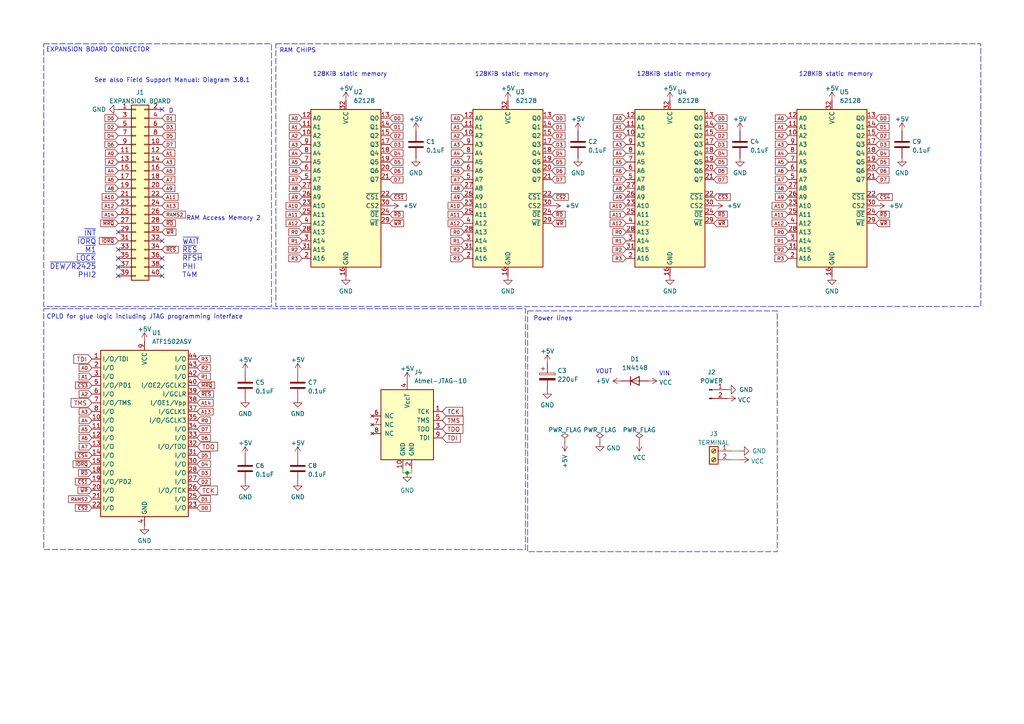
<source format=kicad_sch>
(kicad_sch (version 20250114) (generator "eeschema") (generator_version "9.0")
  (paper "A4")
  (title_block (title "Philips P2000T 128KiB memory expansion board (SMD / CPLD)") (date "2025-03-29") (rev "0") (comment 1 "ATF1502ALS TQFP44 CPLD is used for glue logic"))
  (lib_symbols
    (symbol "CPLD_Microchip:ATF1502ASV-xAx44"
      (property "Reference" "U" (at -12.7 24.13 0))
      (property "Value" "ATF1502ASV-xAx44" (at 12.7 24.13 0))
      (symbol "ATF1502ASV-xAx44_1_1"
        (pin bidirectional line (at -15.24 20.32 0) (length 2.54) (name "I/O/TDI") (number "1"))
        (pin bidirectional line (at -15.24 17.78 0) (length 2.54) (name "I/O") (number "2"))
        (pin bidirectional line (at -15.24 15.24 0) (length 2.54) (name "I/O") (number "3"))
        (pin bidirectional line (at -15.24 12.7 0) (length 2.54) (name "I/O/PD1") (number "5"))
        (pin bidirectional line (at -15.24 10.16 0) (length 2.54) (name "I/O") (number "6"))
        (pin bidirectional line (at -15.24 7.62 0) (length 2.54) (name "I/O/TMS") (number "7"))
        (pin bidirectional line (at -15.24 5.08 0) (length 2.54) (name "I/O") (number "8"))
        (pin bidirectional line (at -15.24 2.54 0) (length 2.54) (name "I/O") (number "10"))
        (pin bidirectional line (at -15.24 0 0) (length 2.54) (name "I/O") (number "11"))
        (pin bidirectional line (at -15.24 -2.54 0) (length 2.54) (name "I/O") (number "12"))
        (pin bidirectional line (at -15.24 -5.08 0) (length 2.54) (name "I/O") (number "13"))
        (pin bidirectional line (at -15.24 -7.62 0) (length 2.54) (name "I/O") (number "14"))
        (pin bidirectional line (at -15.24 -10.16 0) (length 2.54) (name "I/O") (number "15"))
        (pin bidirectional line (at -15.24 -12.7 0) (length 2.54) (name "I/O") (number "18"))
        (pin bidirectional line (at -15.24 -15.24 0) (length 2.54) (name "I/O/PD2") (number "19"))
        (pin bidirectional line (at -15.24 -17.78 0) (length 2.54) (name "I/O") (number "20"))
        (pin bidirectional line (at -15.24 -20.32 0) (length 2.54) (name "I/O") (number "21"))
        (pin bidirectional line (at -15.24 -22.86 0) (length 2.54) (name "I/O") (number "22"))
        (pin passive line (at 0 25.4 270) (length 2.54) (hide yes) (name "VCC") (number "17"))
        (pin passive line (at 0 25.4 270) (length 2.54) (hide yes) (name "VCC") (number "29"))
        (pin passive line (at 0 25.4 270) (length 2.54) (hide yes) (name "VCC") (number "41"))
        (pin power_in line (at 0 25.4 270) (length 2.54) (name "VCC") (number "9"))
        (pin passive line (at 0 -27.94 90) (length 2.54) (hide yes) (name "GND") (number "16"))
        (pin passive line (at 0 -27.94 90) (length 2.54) (hide yes) (name "GND") (number "24"))
        (pin passive line (at 0 -27.94 90) (length 2.54) (hide yes) (name "GND") (number "36"))
        (pin power_in line (at 0 -27.94 90) (length 2.54) (name "GND") (number "4"))
        (pin bidirectional line (at 15.24 20.32 180) (length 2.54) (name "I/O") (number "44"))
        (pin bidirectional line (at 15.24 17.78 180) (length 2.54) (name "I/O") (number "43"))
        (pin bidirectional line (at 15.24 15.24 180) (length 2.54) (name "I/O") (number "42"))
        (pin input line (at 15.24 12.7 180) (length 2.54) (name "I/OE2/GCLK2") (number "40"))
        (pin input line (at 15.24 10.16 180) (length 2.54) (name "I/GCLR") (number "39"))
        (pin input line (at 15.24 7.62 180) (length 2.54) (name "I/OE1/Vpp") (number "38"))
        (pin input line (at 15.24 5.08 180) (length 2.54) (name "I/GCLK1") (number "37"))
        (pin bidirectional line (at 15.24 2.54 180) (length 2.54) (name "I/O/GCLK3") (number "35"))
        (pin bidirectional line (at 15.24 0 180) (length 2.54) (name "I/O") (number "34"))
        (pin bidirectional line (at 15.24 -2.54 180) (length 2.54) (name "I/O") (number "33"))
        (pin bidirectional line (at 15.24 -5.08 180) (length 2.54) (name "I/O/TDO") (number "32"))
        (pin bidirectional line (at 15.24 -7.62 180) (length 2.54) (name "I/O") (number "31"))
        (pin bidirectional line (at 15.24 -10.16 180) (length 2.54) (name "I/O") (number "30"))
        (pin bidirectional line (at 15.24 -12.7 180) (length 2.54) (name "I/O") (number "28"))
        (pin bidirectional line (at 15.24 -15.24 180) (length 2.54) (name "I/O") (number "27"))
        (pin bidirectional line (at 15.24 -17.78 180) (length 2.54) (name "I/O/TCK") (number "26"))
        (pin bidirectional line (at 15.24 -20.32 180) (length 2.54) (name "I/O") (number "25"))
        (pin bidirectional line (at 15.24 -22.86 180) (length 2.54) (name "I/O") (number "23"))
      )
    )
    (symbol "Connector:Conn_01x02_Pin" (pin_names (offset 1.016) (hide yes))
      (property "Reference" "J" (at 0 2.54 0))
      (property "Value" "Conn_01x02_Pin" (at 0 -5.08 0))
      (symbol "Conn_01x02_Pin_1_1"
        (pin passive line (at 5.08 0 180) (length 3.81) (name "Pin_1") (number "1"))
        (pin passive line (at 5.08 -2.54 180) (length 3.81) (name "Pin_2") (number "2"))
      )
    )
    (symbol "Connector:Screw_Terminal_01x02" (pin_names (offset 1.016) (hide yes))
      (property "Reference" "J" (at 0 2.54 0))
      (property "Value" "Screw_Terminal_01x02" (at 0 -5.08 0))
      (symbol "Screw_Terminal_01x02_1_1"
        (pin passive line (at -5.08 0 0) (length 3.81) (name "Pin_1") (number "1"))
        (pin passive line (at -5.08 -2.54 0) (length 3.81) (name "Pin_2") (number "2"))
      )
    )
    (symbol "Connector_Generic:Conn_02x20_Odd_Even" (pin_names (offset 1.016) (hide yes))
      (property "Reference" "J" (at 1.27 25.4 0))
      (property "Value" "Conn_02x20_Odd_Even" (at 1.27 -27.94 0))
      (symbol "Conn_02x20_Odd_Even_1_1"
        (pin passive line (at -5.08 22.86 0) (length 3.81) (name "Pin_1") (number "1"))
        (pin passive line (at -5.08 20.32 0) (length 3.81) (name "Pin_3") (number "3"))
        (pin passive line (at -5.08 17.78 0) (length 3.81) (name "Pin_5") (number "5"))
        (pin passive line (at -5.08 15.24 0) (length 3.81) (name "Pin_7") (number "7"))
        (pin passive line (at -5.08 12.7 0) (length 3.81) (name "Pin_9") (number "9"))
        (pin passive line (at -5.08 10.16 0) (length 3.81) (name "Pin_11") (number "11"))
        (pin passive line (at -5.08 7.62 0) (length 3.81) (name "Pin_13") (number "13"))
        (pin passive line (at -5.08 5.08 0) (length 3.81) (name "Pin_15") (number "15"))
        (pin passive line (at -5.08 2.54 0) (length 3.81) (name "Pin_17") (number "17"))
        (pin passive line (at -5.08 0 0) (length 3.81) (name "Pin_19") (number "19"))
        (pin passive line (at -5.08 -2.54 0) (length 3.81) (name "Pin_21") (number "21"))
        (pin passive line (at -5.08 -5.08 0) (length 3.81) (name "Pin_23") (number "23"))
        (pin passive line (at -5.08 -7.62 0) (length 3.81) (name "Pin_25") (number "25"))
        (pin passive line (at -5.08 -10.16 0) (length 3.81) (name "Pin_27") (number "27"))
        (pin passive line (at -5.08 -12.7 0) (length 3.81) (name "Pin_29") (number "29"))
        (pin passive line (at -5.08 -15.24 0) (length 3.81) (name "Pin_31") (number "31"))
        (pin passive line (at -5.08 -17.78 0) (length 3.81) (name "Pin_33") (number "33"))
        (pin passive line (at -5.08 -20.32 0) (length 3.81) (name "Pin_35") (number "35"))
        (pin passive line (at -5.08 -22.86 0) (length 3.81) (name "Pin_37") (number "37"))
        (pin passive line (at -5.08 -25.4 0) (length 3.81) (name "Pin_39") (number "39"))
        (pin passive line (at 7.62 22.86 180) (length 3.81) (name "Pin_2") (number "2"))
        (pin passive line (at 7.62 20.32 180) (length 3.81) (name "Pin_4") (number "4"))
        (pin passive line (at 7.62 17.78 180) (length 3.81) (name "Pin_6") (number "6"))
        (pin passive line (at 7.62 15.24 180) (length 3.81) (name "Pin_8") (number "8"))
        (pin passive line (at 7.62 12.7 180) (length 3.81) (name "Pin_10") (number "10"))
        (pin passive line (at 7.62 10.16 180) (length 3.81) (name "Pin_12") (number "12"))
        (pin passive line (at 7.62 7.62 180) (length 3.81) (name "Pin_14") (number "14"))
        (pin passive line (at 7.62 5.08 180) (length 3.81) (name "Pin_16") (number "16"))
        (pin passive line (at 7.62 2.54 180) (length 3.81) (name "Pin_18") (number "18"))
        (pin passive line (at 7.62 0 180) (length 3.81) (name "Pin_20") (number "20"))
        (pin passive line (at 7.62 -2.54 180) (length 3.81) (name "Pin_22") (number "22"))
        (pin passive line (at 7.62 -5.08 180) (length 3.81) (name "Pin_24") (number "24"))
        (pin passive line (at 7.62 -7.62 180) (length 3.81) (name "Pin_26") (number "26"))
        (pin passive line (at 7.62 -10.16 180) (length 3.81) (name "Pin_28") (number "28"))
        (pin passive line (at 7.62 -12.7 180) (length 3.81) (name "Pin_30") (number "30"))
        (pin passive line (at 7.62 -15.24 180) (length 3.81) (name "Pin_32") (number "32"))
        (pin passive line (at 7.62 -17.78 180) (length 3.81) (name "Pin_34") (number "34"))
        (pin passive line (at 7.62 -20.32 180) (length 3.81) (name "Pin_36") (number "36"))
        (pin passive line (at 7.62 -22.86 180) (length 3.81) (name "Pin_38") (number "38"))
        (pin passive line (at 7.62 -25.4 180) (length 3.81) (name "Pin_40") (number "40"))
      )
    )
    (symbol "Device:C" (pin_numbers (hide yes)) (pin_names (offset 0.254))
      (property "Reference" "C" (at 0.635 2.54 0))
      (property "Value" "C" (at 0.635 -2.54 0))
      (symbol "C_1_1"
        (pin passive line (at 0 3.81 270) (length 2.794) (name "~") (number "1"))
        (pin passive line (at 0 -3.81 90) (length 2.794) (name "~") (number "2"))
      )
    )
    (symbol "Device:C_Polarized" (pin_numbers (hide yes)) (pin_names (offset 0.254))
      (property "Reference" "C" (at 0.635 2.54 0))
      (property "Value" "C_Polarized" (at 0.635 -2.54 0))
      (symbol "C_Polarized_1_1"
        (pin passive line (at 0 3.81 270) (length 2.794) (name "~") (number "1"))
        (pin passive line (at 0 -3.81 90) (length 2.794) (name "~") (number "2"))
      )
    )
    (symbol "Device:D" (pin_numbers (hide yes)) (pin_names (offset 1.016) (hide yes))
      (property "Reference" "D" (at 0 2.54 0))
      (property "Value" "D" (at 0 -2.54 0))
      (symbol "D_1_1"
        (pin passive line (at -3.81 0 0) (length 2.54) (name "K") (number "1"))
        (pin passive line (at 3.81 0 180) (length 2.54) (name "A") (number "2"))
      )
    )
    (symbol "Memory_RAM:628128_DIP32_SSOP32"
      (property "Reference" "U" (at -10.16 23.495 0))
      (property "Value" "628128_DIP32_SSOP32" (at 2.54 23.495 0))
      (symbol "628128_DIP32_SSOP32_0_0"
        (pin power_in line (at 0 25.4 270) (length 2.54) (name "VCC") (number "32"))
        (pin power_in line (at 0 -25.4 90) (length 2.54) (name "GND") (number "16"))
      )
      (symbol "628128_DIP32_SSOP32_1_1"
        (pin input line (at -12.7 20.32 0) (length 2.54) (name "A0") (number "12"))
        (pin input line (at -12.7 17.78 0) (length 2.54) (name "A1") (number "11"))
        (pin input line (at -12.7 15.24 0) (length 2.54) (name "A2") (number "10"))
        (pin input line (at -12.7 12.7 0) (length 2.54) (name "A3") (number "9"))
        (pin input line (at -12.7 10.16 0) (length 2.54) (name "A4") (number "8"))
        (pin input line (at -12.7 7.62 0) (length 2.54) (name "A5") (number "7"))
        (pin input line (at -12.7 5.08 0) (length 2.54) (name "A6") (number "6"))
        (pin input line (at -12.7 2.54 0) (length 2.54) (name "A7") (number "5"))
        (pin input line (at -12.7 0 0) (length 2.54) (name "A8") (number "27"))
        (pin input line (at -12.7 -2.54 0) (length 2.54) (name "A9") (number "26"))
        (pin input line (at -12.7 -5.08 0) (length 2.54) (name "A10") (number "23"))
        (pin input line (at -12.7 -7.62 0) (length 2.54) (name "A11") (number "25"))
        (pin input line (at -12.7 -10.16 0) (length 2.54) (name "A12") (number "4"))
        (pin input line (at -12.7 -12.7 0) (length 2.54) (name "A13") (number "28"))
        (pin input line (at -12.7 -15.24 0) (length 2.54) (name "A14") (number "3"))
        (pin input line (at -12.7 -17.78 0) (length 2.54) (name "A15") (number "31"))
        (pin input line (at -12.7 -20.32 0) (length 2.54) (name "A16") (number "2"))
        (pin no_connect line (at 10.16 -20.32 180) (length 2.54) (hide yes) (name "NC") (number "1"))
        (pin tri_state line (at 12.7 20.32 180) (length 2.54) (name "Q0") (number "13"))
        (pin tri_state line (at 12.7 17.78 180) (length 2.54) (name "Q1") (number "14"))
        (pin tri_state line (at 12.7 15.24 180) (length 2.54) (name "Q2") (number "15"))
        (pin tri_state line (at 12.7 12.7 180) (length 2.54) (name "Q3") (number "17"))
        (pin tri_state line (at 12.7 10.16 180) (length 2.54) (name "Q4") (number "18"))
        (pin tri_state line (at 12.7 7.62 180) (length 2.54) (name "Q5") (number "19"))
        (pin tri_state line (at 12.7 5.08 180) (length 2.54) (name "Q6") (number "20"))
        (pin tri_state line (at 12.7 2.54 180) (length 2.54) (name "Q7") (number "21"))
        (pin input line (at 12.7 -2.54 180) (length 2.54) (name "~{CS1}") (number "22"))
        (pin input line (at 12.7 -5.08 180) (length 2.54) (name "CS2") (number "30"))
        (pin input line (at 12.7 -7.62 180) (length 2.54) (name "~{OE}") (number "24"))
        (pin input line (at 12.7 -10.16 180) (length 2.54) (name "~{WE}") (number "29"))
      )
    )
    (symbol "atf1504_plcc44_breakout:Atmel-JTAG-10" (pin_names (offset 1.016))
      (property "Reference" "J" (at -7.62 11.43 0))
      (property "Value" "Atmel-JTAG-10" (at 2.54 11.43 0))
      (symbol "Atmel-JTAG-10_1_1"
        (pin no_connect line (at -10.16 2.54 0) (length 2.54) (name "NC") (number "6"))
        (pin no_connect line (at -10.16 0 0) (length 2.54) (name "NC") (number "7"))
        (pin no_connect line (at -10.16 -2.54 0) (length 2.54) (name "NC") (number "8"))
        (pin power_in line (at -1.27 -12.7 90) (length 2.54) (name "GND") (number "10"))
        (pin power_in line (at 0 12.7 270) (length 2.54) (name "VccT") (number "4"))
        (pin passive line (at 1.27 -12.7 90) (length 2.54) (name "GND") (number "2"))
        (pin output line (at 10.16 3.81 180) (length 2.54) (name "TCK") (number "1"))
        (pin output line (at 10.16 1.27 180) (length 2.54) (name "TMS") (number "5"))
        (pin input line (at 10.16 -1.27 180) (length 2.54) (name "TDO") (number "3"))
        (pin output line (at 10.16 -3.81 180) (length 2.54) (name "TDI") (number "9"))
      )
    )
    (symbol "power:+5V" (power) (pin_numbers (hide yes)) (pin_names (offset 0) (hide yes))
      (property "Value" "+5V" (at 0 3.556 0))
      (symbol "+5V_1_1"
        (pin power_in line (at 0 0 90) (length 0) (name "~") (number "1"))
      )
    )
    (symbol "power:GND" (power) (pin_numbers (hide yes)) (pin_names (offset 0) (hide yes))
      (property "Value" "GND" (at 0 -3.81 0))
      (symbol "GND_1_1"
        (pin power_in line (at 0 0 270) (length 0) (name "~") (number "1"))
      )
    )
    (symbol "power:PWR_FLAG" (power) (pin_numbers (hide yes)) (pin_names (offset 0) (hide yes))
      (property "Value" "PWR_FLAG" (at 0 3.81 0))
      (symbol "PWR_FLAG_0_0"
        (pin power_out line (at 0 0 90) (length 0) (name "~") (number "1"))
      )
    )
    (symbol "power:VCC" (power) (pin_numbers (hide yes)) (pin_names (offset 0) (hide yes))
      (property "Value" "VCC" (at 0 3.556 0))
      (symbol "VCC_1_1"
        (pin power_in line (at 0 0 90) (length 0) (name "~") (number "1"))
      )
    )
  )
  (rectangle (start 153.035 90.17) (end 225.425 160.02) (stroke (width 0) (type dash)))
  (rectangle (start 12.7 12.7) (end 78.74 88.9) (stroke (width 0) (type dash)))
  (rectangle (start 12.7 89.535) (end 152.4 159.385) (stroke (width 0) (type dash)))
  (rectangle (start 80.01 12.7) (end 284.48 88.9) (stroke (width 0) (type dash)))
  (text "128KiB static memory" (at 231.648 22.352 0) (effects (font (size 1.27 1.27)) (justify left bottom)))
  (text "VIN" (at 191.135 109.22 0) (effects (font (size 1.27 1.27)) (justify left bottom)))
  (text "EXPANSION BOARD CONNECTOR" (at 13.335 15.24 0) (effects (font (size 1.27 1.27)) (justify left bottom)))
  (text "VOUT" (at 172.72 108.585 0) (effects (font (size 1.27 1.27)) (justify left bottom)))
  (text "~{INT}\n~{IORQ}\n~{M1}\n~{LOCK}\n~{DEW/R2425}\nPHI2" (at 27.94 80.772 0) (effects (font (size 1.5 1.5)) (justify right bottom)))
  (text "128KiB static memory" (at 137.668 22.352 0) (effects (font (size 1.27 1.27)) (justify left bottom)))
  (text "D" (at 48.895 33.02 0) (effects (font (size 1.27 1.27)) (justify left bottom)))
  (text "RAM Access Memory 2" (at 53.975 64.135 0) (effects (font (size 1.27 1.27)) (justify left bottom)))
  (text "128KiB static memory" (at 184.658 22.352 0) (effects (font (size 1.27 1.27)) (justify left bottom)))
  (text "RAM CHIPS" (at 81.026 15.494 0) (effects (font (size 1.27 1.27)) (justify left bottom)))
  (text "See also Field Support Manual: Diagram 3.8.1" (at 27.305 24.13 0) (effects (font (size 1.27 1.27)) (justify left bottom)))
  (text "Power lines" (at 154.686 93.218 0) (effects (font (size 1.27 1.27)) (justify left bottom)))
  (text "128KiB static memory" (at 90.678 22.352 0) (effects (font (size 1.27 1.27)) (justify left bottom)))
  (text "~{WAIT}\n~{RES}\n~{RFSH}\nPHI\nT4M" (at 52.832 80.772 0) (effects (font (size 1.5 1.5)) (justify left bottom)))
  (text "CPLD for glue logic including JTAG programming interface" (at 13.462 92.71 0) (effects (font (size 1.27 1.27)) (justify left bottom)))
  (junction (at 118.11 137.16))
  (no_connect (at 46.99 80.01))
  (no_connect (at 34.29 74.93))
  (no_connect (at 46.99 69.85))
  (no_connect (at 34.29 80.01))
  (no_connect (at 34.29 77.47))
  (no_connect (at 46.99 74.93))
  (no_connect (at 46.99 31.75))
  (no_connect (at 46.99 77.47))
  (no_connect (at 34.29 72.39))
  (no_connect (at 34.29 67.31))
  (wire (pts (xy 118.11 137.16) (xy 116.84 137.16)))
  (wire (pts (xy 212.09 130.81) (xy 214.63 130.81)))
  (wire (pts (xy 212.09 133.35) (xy 214.63 133.35)))
  (wire (pts (xy 118.11 137.16) (xy 119.38 137.16)))
  (wire (pts (xy 119.38 137.16) (xy 119.38 135.89)))
  (wire (pts (xy 116.84 137.16) (xy 116.84 135.89)))
  (global_label "A1" (shape input) (at 134.62 36.83 180) (effects (font (size 1 1))) (property "Intersheetrefs" "${INTERSHEET_REFS}" (effects (hide yes))))
  (global_label "~{WR}" (shape input) (at 254 64.77 0) (effects (font (size 1 1))) (property "Intersheetrefs" "${INTERSHEET_REFS}" (effects (hide yes))))
  (global_label "A10" (shape input) (at 228.6 59.69 180) (effects (font (size 1 1))) (property "Intersheetrefs" "${INTERSHEET_REFS}" (effects (hide yes))))
  (global_label "A11" (shape input) (at 228.6 62.23 180) (effects (font (size 1 1))) (property "Intersheetrefs" "${INTERSHEET_REFS}" (effects (hide yes))))
  (global_label "D4" (shape input) (at 207.01 44.45 0) (effects (font (size 1 1))) (property "Intersheetrefs" "${INTERSHEET_REFS}" (effects (hide yes))))
  (global_label "R0" (shape input) (at 134.62 67.31 180) (effects (font (size 1 1))) (property "Intersheetrefs" "${INTERSHEET_REFS}" (effects (hide yes))))
  (global_label "D4" (shape input) (at 254 44.45 0) (effects (font (size 1 1))) (property "Intersheetrefs" "${INTERSHEET_REFS}" (effects (hide yes))))
  (global_label "D3" (shape input) (at 160.02 41.91 0) (effects (font (size 1 1))) (property "Intersheetrefs" "${INTERSHEET_REFS}" (effects (hide yes))))
  (global_label "A7" (shape input) (at 134.62 52.07 180) (effects (font (size 1 1))) (property "Intersheetrefs" "${INTERSHEET_REFS}" (effects (hide yes))))
  (global_label "~{RES}" (shape input) (at 57.15 114.3 0) (effects (font (size 1 1))) (property "Intersheetrefs" "${INTERSHEET_REFS}" (effects (hide yes))))
  (global_label "A4" (shape input) (at 181.61 44.45 180) (effects (font (size 1 1))) (property "Intersheetrefs" "${INTERSHEET_REFS}" (effects (hide yes))))
  (global_label "D1" (shape input) (at 254 36.83 0) (effects (font (size 1 1))) (property "Intersheetrefs" "${INTERSHEET_REFS}" (effects (hide yes))))
  (global_label "A8" (shape input) (at 34.29 54.61 180) (effects (font (size 1 1))) (property "Intersheetrefs" "${INTERSHEET_REFS}" (effects (hide yes))))
  (global_label "A10" (shape input) (at 87.63 59.69 180) (effects (font (size 1 1))) (property "Intersheetrefs" "${INTERSHEET_REFS}" (effects (hide yes))))
  (global_label "R1" (shape input) (at 87.63 69.85 180) (effects (font (size 1 1))) (property "Intersheetrefs" "${INTERSHEET_REFS}" (effects (hide yes))))
  (global_label "A4" (shape input) (at 87.63 44.45 180) (effects (font (size 1 1))) (property "Intersheetrefs" "${INTERSHEET_REFS}" (effects (hide yes))))
  (global_label "R3" (shape input) (at 228.6 74.93 180) (effects (font (size 1 1))) (property "Intersheetrefs" "${INTERSHEET_REFS}" (effects (hide yes))))
  (global_label "A4" (shape input) (at 26.67 121.92 180) (effects (font (size 1 1))) (property "Intersheetrefs" "${INTERSHEET_REFS}" (effects (hide yes))))
  (global_label "A0" (shape input) (at 181.61 34.29 180) (effects (font (size 1 1))) (property "Intersheetrefs" "${INTERSHEET_REFS}" (effects (hide yes))))
  (global_label "D0" (shape input) (at 113.03 34.29 0) (effects (font (size 1 1))) (property "Intersheetrefs" "${INTERSHEET_REFS}" (effects (hide yes))))
  (global_label "D5" (shape input) (at 207.01 46.99 0) (effects (font (size 1 1))) (property "Intersheetrefs" "${INTERSHEET_REFS}" (effects (hide yes))))
  (global_label "A6" (shape input) (at 34.29 52.07 180) (effects (font (size 1 1))) (property "Intersheetrefs" "${INTERSHEET_REFS}" (effects (hide yes))))
  (global_label "A10" (shape input) (at 181.61 59.69 180) (effects (font (size 1 1))) (property "Intersheetrefs" "${INTERSHEET_REFS}" (effects (hide yes))))
  (global_label "~{CS2}" (shape input) (at 26.67 147.32 180) (effects (font (size 1 1))) (property "Intersheetrefs" "${INTERSHEET_REFS}" (effects (hide yes))))
  (global_label "R2" (shape input) (at 87.63 72.39 180) (effects (font (size 1 1))) (property "Intersheetrefs" "${INTERSHEET_REFS}" (effects (hide yes))))
  (global_label "D2" (shape input) (at 160.02 39.37 0) (effects (font (size 1 1))) (property "Intersheetrefs" "${INTERSHEET_REFS}" (effects (hide yes))))
  (global_label "D5" (shape input) (at 160.02 46.99 0) (effects (font (size 1 1))) (property "Intersheetrefs" "${INTERSHEET_REFS}" (effects (hide yes))))
  (global_label "D4" (shape input) (at 34.29 39.37 180) (effects (font (size 1 1))) (property "Intersheetrefs" "${INTERSHEET_REFS}" (effects (hide yes))))
  (global_label "R3" (shape input) (at 57.15 104.14 0) (effects (font (size 1 1))) (property "Intersheetrefs" "${INTERSHEET_REFS}" (effects (hide yes))))
  (global_label "A4" (shape input) (at 228.6 44.45 180) (effects (font (size 1 1))) (property "Intersheetrefs" "${INTERSHEET_REFS}" (effects (hide yes))))
  (global_label "A7" (shape input) (at 228.6 52.07 180) (effects (font (size 1 1))) (property "Intersheetrefs" "${INTERSHEET_REFS}" (effects (hide yes))))
  (global_label "TMS" (shape input) (at 26.67 116.84 180) (property "Intersheetrefs" "${INTERSHEET_REFS}" (effects (hide yes))))
  (global_label "A4" (shape input) (at 134.62 44.45 180) (effects (font (size 1 1))) (property "Intersheetrefs" "${INTERSHEET_REFS}" (effects (hide yes))))
  (global_label "A2" (shape input) (at 181.61 39.37 180) (effects (font (size 1 1))) (property "Intersheetrefs" "${INTERSHEET_REFS}" (effects (hide yes))))
  (global_label "D3" (shape input) (at 207.01 41.91 0) (effects (font (size 1 1))) (property "Intersheetrefs" "${INTERSHEET_REFS}" (effects (hide yes))))
  (global_label "~{CS3}" (shape input) (at 26.67 111.76 180) (effects (font (size 1 1))) (property "Intersheetrefs" "${INTERSHEET_REFS}" (effects (hide yes))))
  (global_label "A0" (shape input) (at 26.67 106.68 180) (effects (font (size 1 1))) (property "Intersheetrefs" "${INTERSHEET_REFS}" (effects (hide yes))))
  (global_label "D7" (shape input) (at 46.99 41.91 0) (effects (font (size 1 1))) (property "Intersheetrefs" "${INTERSHEET_REFS}" (effects (hide yes))))
  (global_label "A2" (shape input) (at 134.62 39.37 180) (effects (font (size 1 1))) (property "Intersheetrefs" "${INTERSHEET_REFS}" (effects (hide yes))))
  (global_label "A6" (shape input) (at 26.67 127 180) (effects (font (size 1 1))) (property "Intersheetrefs" "${INTERSHEET_REFS}" (effects (hide yes))))
  (global_label "A12" (shape input) (at 87.63 64.77 180) (effects (font (size 1 1))) (property "Intersheetrefs" "${INTERSHEET_REFS}" (effects (hide yes))))
  (global_label "~{CS2}" (shape input) (at 160.02 57.15 0) (effects (font (size 1 1))) (property "Intersheetrefs" "${INTERSHEET_REFS}" (effects (hide yes))))
  (global_label "~{RD}" (shape input) (at 46.99 64.77 0) (effects (font (size 1 1))) (property "Intersheetrefs" "${INTERSHEET_REFS}" (effects (hide yes))))
  (global_label "TDI" (shape input) (at 26.67 104.14 180) (property "Intersheetrefs" "${INTERSHEET_REFS}" (effects (hide yes))))
  (global_label "A8" (shape input) (at 228.6 54.61 180) (effects (font (size 1 1))) (property "Intersheetrefs" "${INTERSHEET_REFS}" (effects (hide yes))))
  (global_label "A6" (shape input) (at 181.61 49.53 180) (effects (font (size 1 1))) (property "Intersheetrefs" "${INTERSHEET_REFS}" (effects (hide yes))))
  (global_label "A1" (shape input) (at 26.67 109.22 180) (effects (font (size 1 1))) (property "Intersheetrefs" "${INTERSHEET_REFS}" (effects (hide yes))))
  (global_label "R3" (shape input) (at 181.61 74.93 180) (effects (font (size 1 1))) (property "Intersheetrefs" "${INTERSHEET_REFS}" (effects (hide yes))))
  (global_label "A10" (shape input) (at 34.29 57.15 180) (effects (font (size 1 1))) (property "Intersheetrefs" "${INTERSHEET_REFS}" (effects (hide yes))))
  (global_label "A6" (shape input) (at 228.6 49.53 180) (effects (font (size 1 1))) (property "Intersheetrefs" "${INTERSHEET_REFS}" (effects (hide yes))))
  (global_label "~{WR}" (shape input) (at 26.67 142.24 180) (effects (font (size 1 1))) (property "Intersheetrefs" "${INTERSHEET_REFS}" (effects (hide yes))))
  (global_label "A5" (shape input) (at 134.62 46.99 180) (effects (font (size 1 1))) (property "Intersheetrefs" "${INTERSHEET_REFS}" (effects (hide yes))))
  (global_label "R0" (shape input) (at 57.15 121.92 0) (effects (font (size 1 1))) (property "Intersheetrefs" "${INTERSHEET_REFS}" (effects (hide yes))))
  (global_label "D2" (shape input) (at 207.01 39.37 0) (effects (font (size 1 1))) (property "Intersheetrefs" "${INTERSHEET_REFS}" (effects (hide yes))))
  (global_label "D3" (shape input) (at 46.99 36.83 0) (effects (font (size 1 1))) (property "Intersheetrefs" "${INTERSHEET_REFS}" (effects (hide yes))))
  (global_label "A2" (shape input) (at 34.29 46.99 180) (effects (font (size 1 1))) (property "Intersheetrefs" "${INTERSHEET_REFS}" (effects (hide yes))))
  (global_label "D3" (shape input) (at 57.15 137.16 0) (effects (font (size 1 1))) (property "Intersheetrefs" "${INTERSHEET_REFS}" (effects (hide yes))))
  (global_label "~{WR}" (shape input) (at 207.01 64.77 0) (effects (font (size 1 1))) (property "Intersheetrefs" "${INTERSHEET_REFS}" (effects (hide yes))))
  (global_label "RAMS2" (shape input) (at 26.67 144.78 180) (effects (font (size 1 1))) (property "Intersheetrefs" "${INTERSHEET_REFS}" (effects (hide yes))))
  (global_label "A3" (shape input) (at 26.67 119.38 180) (effects (font (size 1 1))) (property "Intersheetrefs" "${INTERSHEET_REFS}" (effects (hide yes))))
  (global_label "D6" (shape input) (at 34.29 41.91 180) (effects (font (size 1 1))) (property "Intersheetrefs" "${INTERSHEET_REFS}" (effects (hide yes))))
  (global_label "~{IORQ}" (shape input) (at 26.67 134.62 180) (effects (font (size 1 1))) (property "Intersheetrefs" "${INTERSHEET_REFS}" (effects (hide yes))))
  (global_label "D5" (shape input) (at 46.99 39.37 0) (effects (font (size 1 1))) (property "Intersheetrefs" "${INTERSHEET_REFS}" (effects (hide yes))))
  (global_label "A10" (shape input) (at 134.62 59.69 180) (effects (font (size 1 1))) (property "Intersheetrefs" "${INTERSHEET_REFS}" (effects (hide yes))))
  (global_label "R2" (shape input) (at 134.62 72.39 180) (effects (font (size 1 1))) (property "Intersheetrefs" "${INTERSHEET_REFS}" (effects (hide yes))))
  (global_label "D4" (shape input) (at 57.15 134.62 0) (effects (font (size 1 1))) (property "Intersheetrefs" "${INTERSHEET_REFS}" (effects (hide yes))))
  (global_label "A0" (shape input) (at 34.29 44.45 180) (effects (font (size 1 1))) (property "Intersheetrefs" "${INTERSHEET_REFS}" (effects (hide yes))))
  (global_label "D7" (shape input) (at 113.03 52.07 0) (effects (font (size 1 1))) (property "Intersheetrefs" "${INTERSHEET_REFS}" (effects (hide yes))))
  (global_label "A1" (shape input) (at 181.61 36.83 180) (effects (font (size 1 1))) (property "Intersheetrefs" "${INTERSHEET_REFS}" (effects (hide yes))))
  (global_label "D5" (shape input) (at 254 46.99 0) (effects (font (size 1 1))) (property "Intersheetrefs" "${INTERSHEET_REFS}" (effects (hide yes))))
  (global_label "A0" (shape input) (at 228.6 34.29 180) (effects (font (size 1 1))) (property "Intersheetrefs" "${INTERSHEET_REFS}" (effects (hide yes))))
  (global_label "R2" (shape input) (at 57.15 106.68 0) (effects (font (size 1 1))) (property "Intersheetrefs" "${INTERSHEET_REFS}" (effects (hide yes))))
  (global_label "D2" (shape input) (at 254 39.37 0) (effects (font (size 1 1))) (property "Intersheetrefs" "${INTERSHEET_REFS}" (effects (hide yes))))
  (global_label "RAMS2" (shape input) (at 46.99 62.23 0) (effects (font (size 1 1))) (property "Intersheetrefs" "${INTERSHEET_REFS}" (effects (hide yes))))
  (global_label "A7" (shape input) (at 87.63 52.07 180) (effects (font (size 1 1))) (property "Intersheetrefs" "${INTERSHEET_REFS}" (effects (hide yes))))
  (global_label "~{WR}" (shape input) (at 46.99 67.31 0) (effects (font (size 1 1))) (property "Intersheetrefs" "${INTERSHEET_REFS}" (effects (hide yes))))
  (global_label "D7" (shape input) (at 254 52.07 0) (effects (font (size 1 1))) (property "Intersheetrefs" "${INTERSHEET_REFS}" (effects (hide yes))))
  (global_label "A9" (shape input) (at 134.62 57.15 180) (effects (font (size 1 1))) (property "Intersheetrefs" "${INTERSHEET_REFS}" (effects (hide yes))))
  (global_label "~{WR}" (shape input) (at 160.02 64.77 0) (effects (font (size 1 1))) (property "Intersheetrefs" "${INTERSHEET_REFS}" (effects (hide yes))))
  (global_label "A3" (shape input) (at 46.99 46.99 0) (effects (font (size 1 1))) (property "Intersheetrefs" "${INTERSHEET_REFS}" (effects (hide yes))))
  (global_label "A9" (shape input) (at 46.99 54.61 0) (effects (font (size 1 1))) (property "Intersheetrefs" "${INTERSHEET_REFS}" (effects (hide yes))))
  (global_label "D1" (shape input) (at 207.01 36.83 0) (effects (font (size 1 1))) (property "Intersheetrefs" "${INTERSHEET_REFS}" (effects (hide yes))))
  (global_label "D5" (shape input) (at 57.15 132.08 0) (effects (font (size 1 1))) (property "Intersheetrefs" "${INTERSHEET_REFS}" (effects (hide yes))))
  (global_label "R1" (shape input) (at 228.6 69.85 180) (effects (font (size 1 1))) (property "Intersheetrefs" "${INTERSHEET_REFS}" (effects (hide yes))))
  (global_label "D6" (shape input) (at 57.15 127 0) (effects (font (size 1 1))) (property "Intersheetrefs" "${INTERSHEET_REFS}" (effects (hide yes))))
  (global_label "A13" (shape input) (at 57.15 119.38 0) (effects (font (size 1 1))) (property "Intersheetrefs" "${INTERSHEET_REFS}" (effects (hide yes))))
  (global_label "A11" (shape input) (at 46.99 57.15 0) (effects (font (size 1 1))) (property "Intersheetrefs" "${INTERSHEET_REFS}" (effects (hide yes))))
  (global_label "A5" (shape input) (at 228.6 46.99 180) (effects (font (size 1 1))) (property "Intersheetrefs" "${INTERSHEET_REFS}" (effects (hide yes))))
  (global_label "~{RD}" (shape input) (at 254 62.23 0) (effects (font (size 1 1))) (property "Intersheetrefs" "${INTERSHEET_REFS}" (effects (hide yes))))
  (global_label "TMS" (shape input) (at 128.27 121.92 0) (property "Intersheetrefs" "${INTERSHEET_REFS}" (effects (hide yes))))
  (global_label "D6" (shape input) (at 254 49.53 0) (effects (font (size 1 1))) (property "Intersheetrefs" "${INTERSHEET_REFS}" (effects (hide yes))))
  (global_label "TDO" (shape input) (at 128.27 124.46 0) (property "Intersheetrefs" "${INTERSHEET_REFS}" (effects (hide yes))))
  (global_label "A12" (shape input) (at 134.62 64.77 180) (effects (font (size 1 1))) (property "Intersheetrefs" "${INTERSHEET_REFS}" (effects (hide yes))))
  (global_label "A5" (shape input) (at 46.99 49.53 0) (effects (font (size 1 1))) (property "Intersheetrefs" "${INTERSHEET_REFS}" (effects (hide yes))))
  (global_label "R1" (shape input) (at 57.15 109.22 0) (effects (font (size 1 1))) (property "Intersheetrefs" "${INTERSHEET_REFS}" (effects (hide yes))))
  (global_label "A9" (shape input) (at 228.6 57.15 180) (effects (font (size 1 1))) (property "Intersheetrefs" "${INTERSHEET_REFS}" (effects (hide yes))))
  (global_label "D7" (shape input) (at 207.01 52.07 0) (effects (font (size 1 1))) (property "Intersheetrefs" "${INTERSHEET_REFS}" (effects (hide yes))))
  (global_label "~{CS4}" (shape input) (at 254 57.15 0) (effects (font (size 1 1))) (property "Intersheetrefs" "${INTERSHEET_REFS}" (effects (hide yes))))
  (global_label "~{MRQ}" (shape input) (at 57.15 111.76 0) (effects (font (size 1 1))) (property "Intersheetrefs" "${INTERSHEET_REFS}" (effects (hide yes))))
  (global_label "D1" (shape input) (at 113.03 36.83 0) (effects (font (size 1 1))) (property "Intersheetrefs" "${INTERSHEET_REFS}" (effects (hide yes))))
  (global_label "TDI" (shape input) (at 128.27 127 0) (property "Intersheetrefs" "${INTERSHEET_REFS}" (effects (hide yes))))
  (global_label "A14" (shape input) (at 34.29 62.23 180) (effects (font (size 1 1))) (property "Intersheetrefs" "${INTERSHEET_REFS}" (effects (hide yes))))
  (global_label "D4" (shape input) (at 160.02 44.45 0) (effects (font (size 1 1))) (property "Intersheetrefs" "${INTERSHEET_REFS}" (effects (hide yes))))
  (global_label "D0" (shape input) (at 34.29 34.29 180) (effects (font (size 1 1))) (property "Intersheetrefs" "${INTERSHEET_REFS}" (effects (hide yes))))
  (global_label "A7" (shape input) (at 26.67 129.54 180) (effects (font (size 1 1))) (property "Intersheetrefs" "${INTERSHEET_REFS}" (effects (hide yes))))
  (global_label "D0" (shape input) (at 160.02 34.29 0) (effects (font (size 1 1))) (property "Intersheetrefs" "${INTERSHEET_REFS}" (effects (hide yes))))
  (global_label "D7" (shape input) (at 57.15 124.46 0) (effects (font (size 1 1))) (property "Intersheetrefs" "${INTERSHEET_REFS}" (effects (hide yes))))
  (global_label "TDO" (shape input) (at 57.15 129.54 0) (property "Intersheetrefs" "${INTERSHEET_REFS}" (effects (hide yes))))
  (global_label "R2" (shape input) (at 228.6 72.39 180) (effects (font (size 1 1))) (property "Intersheetrefs" "${INTERSHEET_REFS}" (effects (hide yes))))
  (global_label "R3" (shape input) (at 134.62 74.93 180) (effects (font (size 1 1))) (property "Intersheetrefs" "${INTERSHEET_REFS}" (effects (hide yes))))
  (global_label "A1" (shape input) (at 46.99 44.45 0) (effects (font (size 1 1))) (property "Intersheetrefs" "${INTERSHEET_REFS}" (effects (hide yes))))
  (global_label "TCK" (shape input) (at 128.27 119.38 0) (property "Intersheetrefs" "${INTERSHEET_REFS}" (effects (hide yes))))
  (global_label "A13" (shape input) (at 46.99 59.69 0) (effects (font (size 1 1))) (property "Intersheetrefs" "${INTERSHEET_REFS}" (effects (hide yes))))
  (global_label "A11" (shape input) (at 134.62 62.23 180) (effects (font (size 1 1))) (property "Intersheetrefs" "${INTERSHEET_REFS}" (effects (hide yes))))
  (global_label "A2" (shape input) (at 87.63 39.37 180) (effects (font (size 1 1))) (property "Intersheetrefs" "${INTERSHEET_REFS}" (effects (hide yes))))
  (global_label "A2" (shape input) (at 228.6 39.37 180) (effects (font (size 1 1))) (property "Intersheetrefs" "${INTERSHEET_REFS}" (effects (hide yes))))
  (global_label "A12" (shape input) (at 181.61 64.77 180) (effects (font (size 1 1))) (property "Intersheetrefs" "${INTERSHEET_REFS}" (effects (hide yes))))
  (global_label "A3" (shape input) (at 87.63 41.91 180) (effects (font (size 1 1))) (property "Intersheetrefs" "${INTERSHEET_REFS}" (effects (hide yes))))
  (global_label "A9" (shape input) (at 87.63 57.15 180) (effects (font (size 1 1))) (property "Intersheetrefs" "${INTERSHEET_REFS}" (effects (hide yes))))
  (global_label "~{RD}" (shape input) (at 26.67 137.16 180) (effects (font (size 1 1))) (property "Intersheetrefs" "${INTERSHEET_REFS}" (effects (hide yes))))
  (global_label "TCK" (shape input) (at 57.15 142.24 0) (property "Intersheetrefs" "${INTERSHEET_REFS}" (effects (hide yes))))
  (global_label "A2" (shape input) (at 26.67 114.3 180) (effects (font (size 1 1))) (property "Intersheetrefs" "${INTERSHEET_REFS}" (effects (hide yes))))
  (global_label "D0" (shape input) (at 254 34.29 0) (effects (font (size 1 1))) (property "Intersheetrefs" "${INTERSHEET_REFS}" (effects (hide yes))))
  (global_label "R1" (shape input) (at 134.62 69.85 180) (effects (font (size 1 1))) (property "Intersheetrefs" "${INTERSHEET_REFS}" (effects (hide yes))))
  (global_label "A5" (shape input) (at 181.61 46.99 180) (effects (font (size 1 1))) (property "Intersheetrefs" "${INTERSHEET_REFS}" (effects (hide yes))))
  (global_label "D7" (shape input) (at 160.02 52.07 0) (effects (font (size 1 1))) (property "Intersheetrefs" "${INTERSHEET_REFS}" (effects (hide yes))))
  (global_label "A8" (shape input) (at 181.61 54.61 180) (effects (font (size 1 1))) (property "Intersheetrefs" "${INTERSHEET_REFS}" (effects (hide yes))))
  (global_label "A7" (shape input) (at 46.99 52.07 0) (effects (font (size 1 1))) (property "Intersheetrefs" "${INTERSHEET_REFS}" (effects (hide yes))))
  (global_label "~{MRQ}" (shape input) (at 34.29 64.77 180) (effects (font (size 1 1))) (property "Intersheetrefs" "${INTERSHEET_REFS}" (effects (hide yes))))
  (global_label "A3" (shape input) (at 134.62 41.91 180) (effects (font (size 1 1))) (property "Intersheetrefs" "${INTERSHEET_REFS}" (effects (hide yes))))
  (global_label "D5" (shape input) (at 113.03 46.99 0) (effects (font (size 1 1))) (property "Intersheetrefs" "${INTERSHEET_REFS}" (effects (hide yes))))
  (global_label "A12" (shape input) (at 34.29 59.69 180) (effects (font (size 1 1))) (property "Intersheetrefs" "${INTERSHEET_REFS}" (effects (hide yes))))
  (global_label "R0" (shape input) (at 228.6 67.31 180) (effects (font (size 1 1))) (property "Intersheetrefs" "${INTERSHEET_REFS}" (effects (hide yes))))
  (global_label "A5" (shape input) (at 26.67 124.46 180) (effects (font (size 1 1))) (property "Intersheetrefs" "${INTERSHEET_REFS}" (effects (hide yes))))
  (global_label "A12" (shape input) (at 228.6 64.77 180) (effects (font (size 1 1))) (property "Intersheetrefs" "${INTERSHEET_REFS}" (effects (hide yes))))
  (global_label "A1" (shape input) (at 87.63 36.83 180) (effects (font (size 1 1))) (property "Intersheetrefs" "${INTERSHEET_REFS}" (effects (hide yes))))
  (global_label "A6" (shape input) (at 134.62 49.53 180) (effects (font (size 1 1))) (property "Intersheetrefs" "${INTERSHEET_REFS}" (effects (hide yes))))
  (global_label "A0" (shape input) (at 87.63 34.29 180) (effects (font (size 1 1))) (property "Intersheetrefs" "${INTERSHEET_REFS}" (effects (hide yes))))
  (global_label "~{RES}" (shape input) (at 46.99 72.39 0) (effects (font (size 1 1))) (property "Intersheetrefs" "${INTERSHEET_REFS}" (effects (hide yes))))
  (global_label "A0" (shape input) (at 134.62 34.29 180) (effects (font (size 1 1))) (property "Intersheetrefs" "${INTERSHEET_REFS}" (effects (hide yes))))
  (global_label "D6" (shape input) (at 113.03 49.53 0) (effects (font (size 1 1))) (property "Intersheetrefs" "${INTERSHEET_REFS}" (effects (hide yes))))
  (global_label "A14" (shape input) (at 57.15 116.84 0) (effects (font (size 1 1))) (property "Intersheetrefs" "${INTERSHEET_REFS}" (effects (hide yes))))
  (global_label "~{CS3}" (shape input) (at 207.01 57.15 0) (effects (font (size 1 1))) (property "Intersheetrefs" "${INTERSHEET_REFS}" (effects (hide yes))))
  (global_label "D3" (shape input) (at 254 41.91 0) (effects (font (size 1 1))) (property "Intersheetrefs" "${INTERSHEET_REFS}" (effects (hide yes))))
  (global_label "~{IORQ}" (shape input) (at 34.29 69.85 180) (effects (font (size 1 1))) (property "Intersheetrefs" "${INTERSHEET_REFS}" (effects (hide yes))))
  (global_label "A3" (shape input) (at 228.6 41.91 180) (effects (font (size 1 1))) (property "Intersheetrefs" "${INTERSHEET_REFS}" (effects (hide yes))))
  (global_label "D0" (shape input) (at 57.15 147.32 0) (effects (font (size 1 1))) (property "Intersheetrefs" "${INTERSHEET_REFS}" (effects (hide yes))))
  (global_label "D2" (shape input) (at 34.29 36.83 180) (effects (font (size 1 1))) (property "Intersheetrefs" "${INTERSHEET_REFS}" (effects (hide yes))))
  (global_label "D1" (shape input) (at 46.99 34.29 0) (effects (font (size 1 1))) (property "Intersheetrefs" "${INTERSHEET_REFS}" (effects (hide yes))))
  (global_label "A3" (shape input) (at 181.61 41.91 180) (effects (font (size 1 1))) (property "Intersheetrefs" "${INTERSHEET_REFS}" (effects (hide yes))))
  (global_label "A11" (shape input) (at 87.63 62.23 180) (effects (font (size 1 1))) (property "Intersheetrefs" "${INTERSHEET_REFS}" (effects (hide yes))))
  (global_label "R0" (shape input) (at 181.61 67.31 180) (effects (font (size 1 1))) (property "Intersheetrefs" "${INTERSHEET_REFS}" (effects (hide yes))))
  (global_label "A9" (shape input) (at 181.61 57.15 180) (effects (font (size 1 1))) (property "Intersheetrefs" "${INTERSHEET_REFS}" (effects (hide yes))))
  (global_label "R1" (shape input) (at 181.61 69.85 180) (effects (font (size 1 1))) (property "Intersheetrefs" "${INTERSHEET_REFS}" (effects (hide yes))))
  (global_label "A6" (shape input) (at 87.63 49.53 180) (effects (font (size 1 1))) (property "Intersheetrefs" "${INTERSHEET_REFS}" (effects (hide yes))))
  (global_label "~{CS1}" (shape input) (at 113.03 57.15 0) (effects (font (size 1 1))) (property "Intersheetrefs" "${INTERSHEET_REFS}" (effects (hide yes))))
  (global_label "D4" (shape input) (at 113.03 44.45 0) (effects (font (size 1 1))) (property "Intersheetrefs" "${INTERSHEET_REFS}" (effects (hide yes))))
  (global_label "A8" (shape input) (at 87.63 54.61 180) (effects (font (size 1 1))) (property "Intersheetrefs" "${INTERSHEET_REFS}" (effects (hide yes))))
  (global_label "R3" (shape input) (at 87.63 74.93 180) (effects (font (size 1 1))) (property "Intersheetrefs" "${INTERSHEET_REFS}" (effects (hide yes))))
  (global_label "D6" (shape input) (at 160.02 49.53 0) (effects (font (size 1 1))) (property "Intersheetrefs" "${INTERSHEET_REFS}" (effects (hide yes))))
  (global_label "A7" (shape input) (at 181.61 52.07 180) (effects (font (size 1 1))) (property "Intersheetrefs" "${INTERSHEET_REFS}" (effects (hide yes))))
  (global_label "~{RD}" (shape input) (at 207.01 62.23 0) (effects (font (size 1 1))) (property "Intersheetrefs" "${INTERSHEET_REFS}" (effects (hide yes))))
  (global_label "D2" (shape input) (at 57.15 139.7 0) (effects (font (size 1 1))) (property "Intersheetrefs" "${INTERSHEET_REFS}" (effects (hide yes))))
  (global_label "~{WR}" (shape input) (at 113.03 64.77 0) (effects (font (size 1 1))) (property "Intersheetrefs" "${INTERSHEET_REFS}" (effects (hide yes))))
  (global_label "A11" (shape input) (at 181.61 62.23 180) (effects (font (size 1 1))) (property "Intersheetrefs" "${INTERSHEET_REFS}" (effects (hide yes))))
  (global_label "R0" (shape input) (at 87.63 67.31 180) (effects (font (size 1 1))) (property "Intersheetrefs" "${INTERSHEET_REFS}" (effects (hide yes))))
  (global_label "A1" (shape input) (at 228.6 36.83 180) (effects (font (size 1 1))) (property "Intersheetrefs" "${INTERSHEET_REFS}" (effects (hide yes))))
  (global_label "~{RD}" (shape input) (at 113.03 62.23 0) (effects (font (size 1 1))) (property "Intersheetrefs" "${INTERSHEET_REFS}" (effects (hide yes))))
  (global_label "A8" (shape input) (at 134.62 54.61 180) (effects (font (size 1 1))) (property "Intersheetrefs" "${INTERSHEET_REFS}" (effects (hide yes))))
  (global_label "D2" (shape input) (at 113.03 39.37 0) (effects (font (size 1 1))) (property "Intersheetrefs" "${INTERSHEET_REFS}" (effects (hide yes))))
  (global_label "A5" (shape input) (at 87.63 46.99 180) (effects (font (size 1 1))) (property "Intersheetrefs" "${INTERSHEET_REFS}" (effects (hide yes))))
  (global_label "~{CS4}" (shape input) (at 26.67 132.08 180) (effects (font (size 1 1))) (property "Intersheetrefs" "${INTERSHEET_REFS}" (effects (hide yes))))
  (global_label "D3" (shape input) (at 113.03 41.91 0) (effects (font (size 1 1))) (property "Intersheetrefs" "${INTERSHEET_REFS}" (effects (hide yes))))
  (global_label "~{RD}" (shape input) (at 160.02 62.23 0) (effects (font (size 1 1))) (property "Intersheetrefs" "${INTERSHEET_REFS}" (effects (hide yes))))
  (global_label "A4" (shape input) (at 34.29 49.53 180) (effects (font (size 1 1))) (property "Intersheetrefs" "${INTERSHEET_REFS}" (effects (hide yes))))
  (global_label "D1" (shape input) (at 160.02 36.83 0) (effects (font (size 1 1))) (property "Intersheetrefs" "${INTERSHEET_REFS}" (effects (hide yes))))
  (global_label "D6" (shape input) (at 207.01 49.53 0) (effects (font (size 1 1))) (property "Intersheetrefs" "${INTERSHEET_REFS}" (effects (hide yes))))
  (global_label "D0" (shape input) (at 207.01 34.29 0) (effects (font (size 1 1))) (property "Intersheetrefs" "${INTERSHEET_REFS}" (effects (hide yes))))
  (global_label "~{CS1}" (shape input) (at 26.67 139.7 180) (effects (font (size 1 1))) (property "Intersheetrefs" "${INTERSHEET_REFS}" (effects (hide yes))))
  (global_label "R2" (shape input) (at 181.61 72.39 180) (effects (font (size 1 1))) (property "Intersheetrefs" "${INTERSHEET_REFS}" (effects (hide yes))))
  (global_label "D1" (shape input) (at 57.15 144.78 0) (effects (font (size 1 1))) (property "Intersheetrefs" "${INTERSHEET_REFS}" (effects (hide yes))))
  (symbol (lib_id "power:PWR_FLAG") (at 185.42 128.27 0) (unit 1)
    (property "Reference" "#FLG03" (effects (hide yes)))
    (property "Value" "PWR_FLAG" (at 185.42 124.6942 0))
    (property "Description" "Special symbol for telling ERC where power comes from" (effects (hide yes)))
  )
  (symbol (lib_id "Device:C") (at 214.63 41.91 0) (unit 1)
    (property "Reference" "C4" (at 217.551 41.0753 0) (effects (justify left)))
    (property "Value" "0.1uF" (at 217.551 43.6122 0) (effects (justify left)))
    (property "Footprint" "Capacitor_SMD:C_0805_2012Metric_Pad1.18x1.45mm_HandSolder" (effects (hide yes)))
    (property "Description" "Unpolarized capacitor" (effects (hide yes)))
    (property "LCSC Part #" "C126469" (effects (hide yes)))
  )
  (symbol (lib_id "power:+5V") (at 71.12 107.95 0) (unit 1)
    (property "Reference" "#PWR030" (effects (hide yes)))
    (property "Value" "+5V" (at 71.12 104.3742 0))
    (property "Description" "Power symbol creates a global label with name \"+5V\"" (effects (hide yes)))
  )
  (symbol (lib_id "power:+5V") (at 120.65 38.1 0) (unit 1)
    (property "Reference" "#PWR04" (effects (hide yes)))
    (property "Value" "+5V" (at 120.65 34.5242 0))
    (property "Description" "Power symbol creates a global label with name \"+5V\"" (effects (hide yes)))
  )
  (symbol (lib_id "atf1504_plcc44_breakout:Atmel-JTAG-10") (at 118.11 123.19 0) (unit 1)
    (property "Reference" "J4" (at 120.1294 107.95 0) (effects (justify left)))
    (property "Value" "Atmel-JTAG-10" (at 120.1294 110.49 0) (effects (justify left)))
    (property "Footprint" "Connector_IDC:IDC-Header_2x05_P2.54mm_Vertical" (effects (hide yes)))
    (property "Datasheet" " ~" (effects (hide yes)))
  )
  (symbol (lib_id "power:+5V") (at 147.32 29.21 0) (unit 1)
    (property "Reference" "#PWR011" (effects (hide yes)))
    (property "Value" "+5V" (at 147.32 25.6342 0))
    (property "Description" "Power symbol creates a global label with name \"+5V\"" (effects (hide yes)))
  )
  (symbol (lib_id "power:VCC") (at 185.42 128.27 180) (unit 1)
    (property "Reference" "#PWR024" (effects (hide yes)))
    (property "Value" "VCC" (at 183.515 132.715 0) (effects (justify right)))
    (property "Description" "Power symbol creates a global label with name \"VCC\"" (effects (hide yes)))
  )
  (symbol (lib_id "power:VCC") (at 210.82 115.57 270) (unit 1)
    (property "Reference" "#PWR036" (effects (hide yes)))
    (property "Value" "VCC" (at 213.995 116.0038 90) (effects (justify left)))
    (property "Description" "Power symbol creates a global label with name \"VCC\"" (effects (hide yes)))
  )
  (symbol (lib_id "Device:C") (at 120.65 41.91 0) (unit 1)
    (property "Reference" "C1" (at 123.571 41.0753 0) (effects (justify left)))
    (property "Value" "0.1uF" (at 123.571 43.6122 0) (effects (justify left)))
    (property "Footprint" "Capacitor_SMD:C_0805_2012Metric_Pad1.18x1.45mm_HandSolder" (effects (hide yes)))
    (property "Description" "Unpolarized capacitor" (effects (hide yes)))
    (property "LCSC Part #" "C126469" (effects (hide yes)))
  )
  (symbol (lib_id "power:VCC") (at 214.63 133.35 270) (unit 1)
    (property "Reference" "#PWR038" (effects (hide yes)))
    (property "Value" "VCC" (at 217.805 133.7838 90) (effects (justify left)))
    (property "Description" "Power symbol creates a global label with name \"VCC\"" (effects (hide yes)))
  )
  (symbol (lib_id "power:GND") (at 158.75 113.03 0) (unit 1)
    (property "Reference" "#PWR014" (effects (hide yes)))
    (property "Value" "GND" (at 158.75 117.4734 0))
    (property "Description" "Power symbol creates a global label with name \"GND\" , ground" (effects (hide yes)))
  )
  (symbol (lib_id "Device:C") (at 71.12 111.76 0) (unit 1)
    (property "Reference" "C5" (at 74.041 110.9253 0) (effects (justify left)))
    (property "Value" "0.1uF" (at 74.041 113.4622 0) (effects (justify left)))
    (property "Footprint" "Capacitor_SMD:C_0805_2012Metric_Pad1.18x1.45mm_HandSolder" (effects (hide yes)))
    (property "Description" "Unpolarized capacitor" (effects (hide yes)))
    (property "LCSC Part #" "C126469" (effects (hide yes)))
  )
  (symbol (lib_id "power:+5V") (at 100.33 29.21 0) (unit 1)
    (property "Reference" "#PWR02" (effects (hide yes)))
    (property "Value" "+5V" (at 100.33 25.6342 0))
    (property "Description" "Power symbol creates a global label with name \"+5V\"" (effects (hide yes)))
  )
  (symbol (lib_id "Device:C") (at 167.64 41.91 0) (unit 1)
    (property "Reference" "C2" (at 170.561 41.0753 0) (effects (justify left)))
    (property "Value" "0.1uF" (at 170.561 43.6122 0) (effects (justify left)))
    (property "Footprint" "Capacitor_SMD:C_0805_2012Metric_Pad1.18x1.45mm_HandSolder" (effects (hide yes)))
    (property "Description" "Unpolarized capacitor" (effects (hide yes)))
    (property "LCSC Part #" "C126469" (effects (hide yes)))
  )
  (symbol (lib_id "power:+5V") (at 241.3 29.21 0) (unit 1)
    (property "Reference" "#PWR028" (effects (hide yes)))
    (property "Value" "+5V" (at 241.3 25.6342 0))
    (property "Description" "Power symbol creates a global label with name \"+5V\"" (effects (hide yes)))
  )
  (symbol (lib_id "Device:C") (at 86.36 111.76 0) (unit 1)
    (property "Reference" "C7" (at 89.281 110.9253 0) (effects (justify left)))
    (property "Value" "0.1uF" (at 89.281 113.4622 0) (effects (justify left)))
    (property "Footprint" "Capacitor_SMD:C_0805_2012Metric_Pad1.18x1.45mm_HandSolder" (effects (hide yes)))
    (property "Description" "Unpolarized capacitor" (effects (hide yes)))
    (property "LCSC Part #" "C126469" (effects (hide yes)))
  )
  (symbol (lib_id "power:+5V") (at 214.63 38.1 0) (unit 1)
    (property "Reference" "#PWR026" (effects (hide yes)))
    (property "Value" "+5V" (at 214.63 34.5242 0))
    (property "Description" "Power symbol creates a global label with name \"+5V\"" (effects (hide yes)))
  )
  (symbol (lib_id "Memory_RAM:628128_DIP32_SSOP32") (at 241.3 54.61 0) (unit 1)
    (property "Reference" "U5" (at 243.4941 26.67 0) (effects (justify left)))
    (property "Value" "62128" (at 243.4941 29.21 0) (effects (justify left)))
    (property "Footprint" "Package_SO:TSOP-I-32_18.4x8mm_P0.5mm" (effects (hide yes)))
    (property "Datasheet" "http://www.futurlec.com/Datasheet/Memory/628128.pdf" (effects (hide yes)))
    (property "Description" "128K x 8 High-Speed CMOS Static RAM, 55/70ns, DIP-32/SSOP-32" (effects (hide yes)))
    (property "LCSC Part #" "C2840304" (effects (hide yes)))
  )
  (symbol (lib_id "power:PWR_FLAG") (at 163.83 128.27 0) (unit 1)
    (property "Reference" "#FLG01" (effects (hide yes)))
    (property "Value" "PWR_FLAG" (at 163.83 124.6942 0))
    (property "Description" "Special symbol for telling ERC where power comes from" (effects (hide yes)))
  )
  (symbol (lib_id "power:GND") (at 71.12 139.7 0) (unit 1)
    (property "Reference" "#PWR033" (effects (hide yes)))
    (property "Value" "GND" (at 71.12 144.1434 0))
    (property "Description" "Power symbol creates a global label with name \"GND\" , ground" (effects (hide yes)))
  )
  (symbol (lib_id "power:+5V") (at 158.75 105.41 0) (unit 1)
    (property "Reference" "#PWR013" (effects (hide yes)))
    (property "Value" "+5V" (at 158.75 101.8342 0))
    (property "Description" "Power symbol creates a global label with name \"+5V\"" (effects (hide yes)))
  )
  (symbol (lib_id "power:GND") (at 118.11 137.16 0) (unit 1)
    (property "Reference" "#PWR010" (effects (hide yes)))
    (property "Value" "GND" (at 118.11 142.24 0))
  )
  (symbol (lib_id "power:GND") (at 120.65 45.72 0) (unit 1)
    (property "Reference" "#PWR05" (effects (hide yes)))
    (property "Value" "GND" (at 120.65 50.1634 0))
    (property "Description" "Power symbol creates a global label with name \"GND\" , ground" (effects (hide yes)))
  )
  (symbol (lib_id "Device:C") (at 86.36 135.89 0) (unit 1)
    (property "Reference" "C8" (at 89.281 135.0553 0) (effects (justify left)))
    (property "Value" "0.1uF" (at 89.281 137.5922 0) (effects (justify left)))
    (property "Footprint" "Capacitor_SMD:C_0805_2012Metric_Pad1.18x1.45mm_HandSolder" (effects (hide yes)))
    (property "Description" "Unpolarized capacitor" (effects (hide yes)))
    (property "LCSC Part #" "C126469" (effects (hide yes)))
  )
  (symbol (lib_id "power:+5V") (at 180.34 110.49 90) (unit 1)
    (property "Reference" "#PWR023" (effects (hide yes)))
    (property "Value" "+5V" (at 172.72 110.49 90) (effects (justify right)))
    (property "Description" "Power symbol creates a global label with name \"+5V\"" (effects (hide yes)))
  )
  (symbol (lib_id "power:+5V") (at 261.62 38.1 0) (unit 1)
    (property "Reference" "#PWR043" (effects (hide yes)))
    (property "Value" "+5V" (at 261.62 34.5242 0))
    (property "Description" "Power symbol creates a global label with name \"+5V\"" (effects (hide yes)))
  )
  (symbol (lib_id "Memory_RAM:628128_DIP32_SSOP32") (at 147.32 54.61 0) (unit 1)
    (property "Reference" "U3" (at 149.5141 26.67 0) (effects (justify left)))
    (property "Value" "62128" (at 149.5141 29.21 0) (effects (justify left)))
    (property "Footprint" "Package_SO:TSOP-I-32_18.4x8mm_P0.5mm" (effects (hide yes)))
    (property "Datasheet" "http://www.futurlec.com/Datasheet/Memory/628128.pdf" (effects (hide yes)))
    (property "Description" "128K x 8 High-Speed CMOS Static RAM, 55/70ns, DIP-32/SSOP-32" (effects (hide yes)))
    (property "LCSC Part #" "C2840304" (effects (hide yes)))
  )
  (symbol (lib_id "power:GND") (at 34.29 31.75 270) (unit 1)
    (property "Reference" "#PWR01" (effects (hide yes)))
    (property "Value" "GND" (at 26.67 31.75 90) (effects (justify left)))
    (property "Description" "Power symbol creates a global label with name \"GND\" , ground" (effects (hide yes)))
  )
  (symbol (lib_id "power:GND") (at 86.36 115.57 0) (unit 1)
    (property "Reference" "#PWR035" (effects (hide yes)))
    (property "Value" "GND" (at 86.36 120.0134 0))
    (property "Description" "Power symbol creates a global label with name \"GND\" , ground" (effects (hide yes)))
  )
  (symbol (lib_id "power:+5V") (at 86.36 107.95 0) (unit 1)
    (property "Reference" "#PWR034" (effects (hide yes)))
    (property "Value" "+5V" (at 86.36 104.3742 0))
    (property "Description" "Power symbol creates a global label with name \"+5V\"" (effects (hide yes)))
  )
  (symbol (lib_id "power:GND") (at 71.12 115.57 0) (unit 1)
    (property "Reference" "#PWR031" (effects (hide yes)))
    (property "Value" "GND" (at 71.12 120.0134 0))
    (property "Description" "Power symbol creates a global label with name \"GND\" , ground" (effects (hide yes)))
  )
  (symbol (lib_id "power:GND") (at 147.32 80.01 0) (unit 1)
    (property "Reference" "#PWR012" (effects (hide yes)))
    (property "Value" "GND" (at 147.32 84.4534 0))
    (property "Description" "Power symbol creates a global label with name \"GND\" , ground" (effects (hide yes)))
  )
  (symbol (lib_id "Connector_Generic:Conn_02x20_Odd_Even") (at 39.37 54.61 0) (unit 1)
    (property "Reference" "J1" (at 40.64 26.7802 0))
    (property "Value" "EXPANSION BOARD" (at 40.64 29.3171 0))
    (property "Footprint" "Connector_PinHeader_2.54mm:PinHeader_2x20_P2.54mm_Vertical" (effects (hide yes)))
    (property "Description" "Generic connector, double row, 02x20, odd/even pin numbering scheme (row 1 odd numbers, row 2 even numbers), script generated (kicad-library-utils/schlib/autogen/connector/)" (effects (hide yes)))
  )
  (symbol (lib_id "power:VCC") (at 187.96 110.49 270) (unit 1)
    (property "Reference" "#PWR025" (effects (hide yes)))
    (property "Value" "VCC" (at 191.135 110.9238 90) (effects (justify left)))
    (property "Description" "Power symbol creates a global label with name \"VCC\"" (effects (hide yes)))
  )
  (symbol (lib_id "power:+5V") (at 207.01 59.69 270) (unit 1)
    (property "Reference" "#PWR022" (effects (hide yes)))
    (property "Value" "+5V" (at 210.82 59.6899 90) (effects (justify left)))
    (property "Description" "Power symbol creates a global label with name \"+5V\"" (effects (hide yes)))
  )
  (symbol (lib_id "power:GND") (at 167.64 45.72 0) (unit 1)
    (property "Reference" "#PWR018" (effects (hide yes)))
    (property "Value" "GND" (at 167.64 50.1634 0))
    (property "Description" "Power symbol creates a global label with name \"GND\" , ground" (effects (hide yes)))
  )
  (symbol (lib_id "power:+5V") (at 71.12 132.08 0) (unit 1)
    (property "Reference" "#PWR032" (effects (hide yes)))
    (property "Value" "+5V" (at 71.12 128.5042 0))
    (property "Description" "Power symbol creates a global label with name \"+5V\"" (effects (hide yes)))
  )
  (symbol (lib_id "Memory_RAM:628128_DIP32_SSOP32") (at 100.33 54.61 0) (unit 1)
    (property "Reference" "U2" (at 102.5241 26.67 0) (effects (justify left)))
    (property "Value" "62128" (at 102.5241 29.21 0) (effects (justify left)))
    (property "Footprint" "Package_SO:TSOP-I-32_18.4x8mm_P0.5mm" (effects (hide yes)))
    (property "Datasheet" "http://www.futurlec.com/Datasheet/Memory/628128.pdf" (effects (hide yes)))
    (property "Description" "128K x 8 High-Speed CMOS Static RAM, 55/70ns, DIP-32/SSOP-32" (effects (hide yes)))
    (property "LCSC Part #" "C2840304" (effects (hide yes)))
  )
  (symbol (lib_id "power:+5V") (at 41.91 99.06 0) (unit 1)
    (property "Reference" "#PWR06" (effects (hide yes)))
    (property "Value" "+5V" (at 41.91 95.4842 0))
    (property "Description" "Power symbol creates a global label with name \"+5V\"" (effects (hide yes)))
  )
  (symbol (lib_id "power:+5V") (at 163.83 128.27 180) (unit 1)
    (property "Reference" "#PWR015" (effects (hide yes)))
    (property "Value" "+5V" (at 163.83 135.89 90) (effects (justify right)))
    (property "Description" "Power symbol creates a global label with name \"+5V\"" (effects (hide yes)))
  )
  (symbol (lib_id "power:GND") (at 214.63 45.72 0) (unit 1)
    (property "Reference" "#PWR027" (effects (hide yes)))
    (property "Value" "GND" (at 214.63 50.1634 0))
    (property "Description" "Power symbol creates a global label with name \"GND\" , ground" (effects (hide yes)))
  )
  (symbol (lib_id "power:GND") (at 261.62 45.72 0) (unit 1)
    (property "Reference" "#PWR044" (effects (hide yes)))
    (property "Value" "GND" (at 261.62 50.1634 0))
    (property "Description" "Power symbol creates a global label with name \"GND\" , ground" (effects (hide yes)))
  )
  (symbol (lib_id "power:+5V") (at 167.64 38.1 0) (unit 1)
    (property "Reference" "#PWR017" (effects (hide yes)))
    (property "Value" "+5V" (at 167.64 34.5242 0))
    (property "Description" "Power symbol creates a global label with name \"+5V\"" (effects (hide yes)))
  )
  (symbol (lib_id "power:GND") (at 86.36 139.7 0) (unit 1)
    (property "Reference" "#PWR041" (effects (hide yes)))
    (property "Value" "GND" (at 86.36 144.1434 0))
    (property "Description" "Power symbol creates a global label with name \"GND\" , ground" (effects (hide yes)))
  )
  (symbol (lib_id "Device:C") (at 71.12 135.89 0) (unit 1)
    (property "Reference" "C6" (at 74.041 135.0553 0) (effects (justify left)))
    (property "Value" "0.1uF" (at 74.041 137.5922 0) (effects (justify left)))
    (property "Footprint" "Capacitor_SMD:C_0805_2012Metric_Pad1.18x1.45mm_HandSolder" (effects (hide yes)))
    (property "Description" "Unpolarized capacitor" (effects (hide yes)))
    (property "LCSC Part #" "C126469" (effects (hide yes)))
  )
  (symbol (lib_id "Connector:Conn_01x02_Pin") (at 205.74 113.03 0) (unit 1)
    (property "Reference" "J2" (at 206.375 107.95 0))
    (property "Value" "POWER" (at 206.375 110.49 0))
    (property "Footprint" "Connector_PinSocket_2.54mm:PinSocket_1x02_P2.54mm_Vertical" (effects (hide yes)))
    (property "Description" "Generic connector, single row, 01x02, script generated" (effects (hide yes)))
  )
  (symbol (lib_id "power:+5V") (at 86.36 132.08 0) (unit 1)
    (property "Reference" "#PWR040" (effects (hide yes)))
    (property "Value" "+5V" (at 86.36 128.5042 0))
    (property "Description" "Power symbol creates a global label with name \"+5V\"" (effects (hide yes)))
  )
  (symbol (lib_id "power:+5V") (at 160.02 59.69 270) (unit 1)
    (property "Reference" "#PWR016" (effects (hide yes)))
    (property "Value" "+5V" (at 163.83 59.6899 90) (effects (justify left)))
    (property "Description" "Power symbol creates a global label with name \"+5V\"" (effects (hide yes)))
  )
  (symbol (lib_id "power:+5V") (at 113.03 59.69 270) (unit 1)
    (property "Reference" "#PWR08" (effects (hide yes)))
    (property "Value" "+5V" (at 116.84 59.6899 90) (effects (justify left)))
    (property "Description" "Power symbol creates a global label with name \"+5V\"" (effects (hide yes)))
  )
  (symbol (lib_id "Device:D") (at 184.15 110.49 0) (unit 1)
    (property "Reference" "D1" (at 184.15 104.14 0))
    (property "Value" "1N4148" (at 184.15 106.68 0))
    (property "Footprint" "Diode_THT:D_DO-35_SOD27_P7.62mm_Horizontal" (effects (hide yes)))
    (property "Description" "Diode" (effects (hide yes)))
  )
  (symbol (lib_id "power:+5V") (at 194.31 29.21 0) (unit 1)
    (property "Reference" "#PWR019" (effects (hide yes)))
    (property "Value" "+5V" (at 194.31 25.6342 0))
    (property "Description" "Power symbol creates a global label with name \"+5V\"" (effects (hide yes)))
  )
  (symbol (lib_id "power:GND") (at 194.31 80.01 0) (unit 1)
    (property "Reference" "#PWR020" (effects (hide yes)))
    (property "Value" "GND" (at 194.31 84.4534 0))
    (property "Description" "Power symbol creates a global label with name \"GND\" , ground" (effects (hide yes)))
  )
  (symbol (lib_id "Device:C") (at 261.62 41.91 0) (unit 1)
    (property "Reference" "C9" (at 264.541 41.0753 0) (effects (justify left)))
    (property "Value" "0.1uF" (at 264.541 43.6122 0) (effects (justify left)))
    (property "Footprint" "Capacitor_SMD:C_0805_2012Metric_Pad1.18x1.45mm_HandSolder" (effects (hide yes)))
    (property "Description" "Unpolarized capacitor" (effects (hide yes)))
    (property "LCSC Part #" "C126469" (effects (hide yes)))
  )
  (symbol (lib_id "power:GND") (at 41.91 152.4 0) (unit 1)
    (property "Reference" "#PWR07" (effects (hide yes)))
    (property "Value" "GND" (at 41.91 156.8434 0))
    (property "Description" "Power symbol creates a global label with name \"GND\" , ground" (effects (hide yes)))
  )
  (symbol (lib_id "power:GND") (at 210.82 113.03 90) (unit 1)
    (property "Reference" "#PWR037" (effects (hide yes)))
    (property "Value" "GND" (at 218.44 113.03 90) (effects (justify left)))
    (property "Description" "Power symbol creates a global label with name \"GND\" , ground" (effects (hide yes)))
  )
  (symbol (lib_id "power:+5V") (at 118.11 110.49 0) (unit 1)
    (property "Reference" "#PWR09" (effects (hide yes)))
    (property "Value" "+5V" (at 118.11 106.9142 0))
    (property "Description" "Power symbol creates a global label with name \"+5V\"" (effects (hide yes)))
  )
  (symbol (lib_id "Memory_RAM:628128_DIP32_SSOP32") (at 194.31 54.61 0) (unit 1)
    (property "Reference" "U4" (at 196.5041 26.67 0) (effects (justify left)))
    (property "Value" "62128" (at 196.5041 29.21 0) (effects (justify left)))
    (property "Footprint" "Package_SO:TSOP-I-32_18.4x8mm_P0.5mm" (effects (hide yes)))
    (property "Datasheet" "http://www.futurlec.com/Datasheet/Memory/628128.pdf" (effects (hide yes)))
    (property "Description" "128K x 8 High-Speed CMOS Static RAM, 55/70ns, DIP-32/SSOP-32" (effects (hide yes)))
    (property "LCSC Part #" "C2840304" (effects (hide yes)))
  )
  (symbol (lib_id "Device:C_Polarized") (at 158.75 109.22 0) (unit 1)
    (property "Reference" "C3" (at 161.671 107.4963 0) (effects (justify left)))
    (property "Value" "220uF" (at 161.671 110.0332 0) (effects (justify left)))
    (property "Footprint" "Capacitor_THT:CP_Radial_D6.3mm_P2.50mm" (effects (hide yes)))
    (property "Description" "Polarized capacitor" (effects (hide yes)))
  )
  (symbol (lib_id "CPLD_Microchip:ATF1502ASV-xAx44") (at 41.91 124.46 0) (unit 1)
    (property "Reference" "U1" (at 44.0533 96.52 0) (effects (justify left)))
    (property "Value" "ATF1502ASV" (at 44.0533 99.06 0) (effects (justify left)))
    (property "Footprint" "Package_QFP:TQFP-44_10x10mm_P0.8mm" (effects (hide yes)))
    (property "Datasheet" "http://ww1.microchip.com/downloads/en/DeviceDoc/doc1615.pdf" (effects (hide yes)))
    (property "Description" "Microchip CPLD, 32 Macrocell, 3.3 V, TQFP-44" (effects (hide yes)))
  )
  (symbol (lib_id "power:PWR_FLAG") (at 173.99 128.27 0) (unit 1)
    (property "Reference" "#FLG02" (effects (hide yes)))
    (property "Value" "PWR_FLAG" (at 173.99 124.6942 0))
    (property "Description" "Special symbol for telling ERC where power comes from" (effects (hide yes)))
  )
  (symbol (lib_id "power:GND") (at 214.63 130.81 90) (unit 1)
    (property "Reference" "#PWR039" (effects (hide yes)))
    (property "Value" "GND" (at 222.25 130.81 90) (effects (justify left)))
    (property "Description" "Power symbol creates a global label with name \"GND\" , ground" (effects (hide yes)))
  )
  (symbol (lib_id "power:+5V") (at 254 59.69 270) (unit 1)
    (property "Reference" "#PWR042" (effects (hide yes)))
    (property "Value" "+5V" (at 257.81 59.6899 90) (effects (justify left)))
    (property "Description" "Power symbol creates a global label with name \"+5V\"" (effects (hide yes)))
  )
  (symbol (lib_id "power:GND") (at 173.99 128.27 0) (unit 1)
    (property "Reference" "#PWR021" (effects (hide yes)))
    (property "Value" "GND" (at 175.895 129.9738 0) (effects (justify left)))
    (property "Description" "Power symbol creates a global label with name \"GND\" , ground" (effects (hide yes)))
  )
  (symbol (lib_id "Connector:Screw_Terminal_01x02") (at 207.01 130.81 0) (mirror y) (unit 1)
    (property "Reference" "J3" (at 207.01 125.8402 0))
    (property "Value" "TERMINAL" (at 207.01 128.3771 0))
    (property "Footprint" "TerminalBlock:TerminalBlock_bornier-2_P5.08mm" (effects (hide yes)))
    (property "Description" "Generic screw terminal, single row, 01x02, script generated (kicad-library-utils/schlib/autogen/connector/)" (effects (hide yes)))
  )
  (symbol (lib_id "power:GND") (at 100.33 80.01 0) (unit 1)
    (property "Reference" "#PWR03" (effects (hide yes)))
    (property "Value" "GND" (at 100.33 84.4534 0))
    (property "Description" "Power symbol creates a global label with name \"GND\" , ground" (effects (hide yes)))
  )
  (symbol (lib_id "power:GND") (at 241.3 80.01 0) (unit 1)
    (property "Reference" "#PWR029" (effects (hide yes)))
    (property "Value" "GND" (at 241.3 84.4534 0))
    (property "Description" "Power symbol creates a global label with name \"GND\" , ground" (effects (hide yes)))
  )
)
</source>
